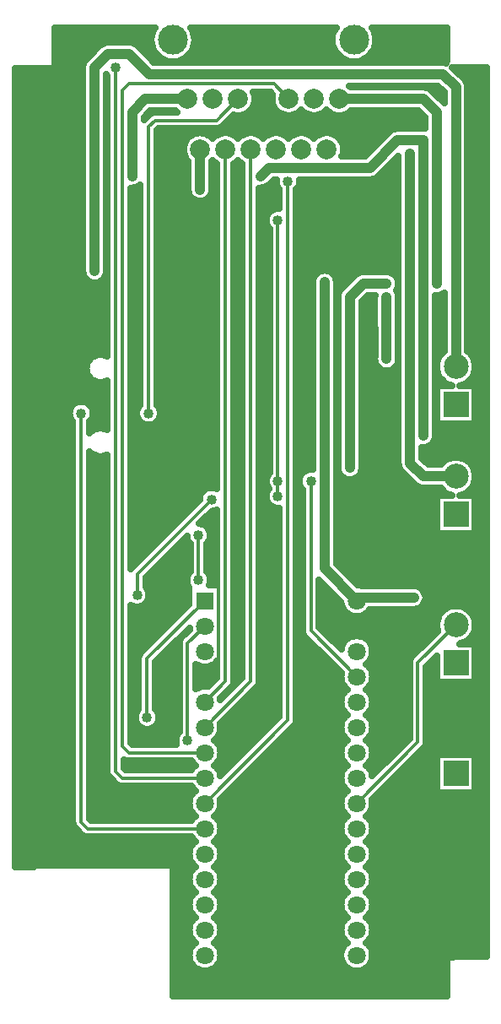
<source format=gbl>
G04 DipTrace 3.3.1.3*
G04 SkyeTrackerV8.0.gbl*
%MOIN*%
G04 #@! TF.FileFunction,Copper,L2,Bot*
G04 #@! TF.Part,Single*
G04 #@! TA.AperFunction,Conductor*
%ADD13C,0.012992*%
%ADD14C,0.03937*%
G04 #@! TA.AperFunction,CopperBalancing*
%ADD15C,0.025*%
G04 #@! TA.AperFunction,ComponentPad*
%ADD27R,0.098425X0.098425*%
%ADD28C,0.098425*%
%ADD31R,0.070866X0.070866*%
%ADD32C,0.070866*%
%ADD35R,0.07874X0.07874*%
%ADD36C,0.07874*%
%ADD37C,0.11811*%
G04 #@! TA.AperFunction,ViaPad*
%ADD42C,0.04*%
%FSLAX26Y26*%
G04*
G70*
G90*
G75*
G01*
G04 Bottom*
%LPD*%
X1800035Y1912621D2*
D13*
X1888227D1*
X1960940Y1985333D1*
X2110924D1*
X2192223Y2066633D1*
X1134266Y3419388D2*
X1081273Y3472382D1*
Y3794058D1*
X1200035Y1712621D2*
X1254959Y1767545D1*
Y2126794D1*
X1241782Y2139971D1*
Y2217558D1*
X2093798Y835451D2*
Y1381415D1*
X2192205Y1479822D1*
X2192223Y2066633D2*
X2267424Y2141833D1*
Y2861514D1*
X1431273Y3994058D2*
X1541962Y3883369D1*
X1691962D1*
X1781273Y3794058D1*
X1081273D2*
X1170584Y3883369D1*
X1320584D1*
X1431273Y3994058D1*
X2192205Y1479822D2*
X2260924Y1548541D1*
Y1959349D1*
X2234940Y1985333D1*
X2192223D1*
Y2066633D1*
X1531273Y3994058D2*
X1472415Y4052916D1*
X899054D1*
X873070Y4026932D1*
Y1438605D1*
X899054Y1412621D1*
X1200035D1*
X932558Y2034026D2*
Y2118873D1*
X1226018Y2412333D1*
X1618668Y2484302D2*
Y1893988D1*
X1800035Y1712621D1*
X1488428Y2424814D2*
Y2484302D1*
Y3514235D1*
X847085Y4118782D2*
Y1338605D1*
X873070Y1312621D1*
X1200035D1*
X1918129Y3264428D2*
D14*
X1825294D1*
X1772932Y3212066D1*
Y2536239D1*
X1731273Y3994058D2*
X2064030D1*
X2116392Y3941696D1*
Y3264428D1*
X1527920Y3669018D2*
D13*
Y1540505D1*
X1200035Y1212621D1*
X977605Y2752774D2*
Y3883369D1*
X1003589Y3909353D1*
X1246568D1*
X1331273Y3994058D1*
X711255Y2752774D2*
Y1138605D1*
X737239Y1112621D1*
X1200035D1*
X1918129Y2966239D2*
D14*
Y3211436D1*
X1673010Y3270459D2*
Y2139646D1*
X1800035Y2012621D1*
X1812236Y2024822D1*
X2025554D1*
X1200035Y1612621D2*
D13*
X1281273Y1693858D1*
Y3794058D1*
X1200035Y1512621D2*
X1381273Y1693858D1*
Y3794058D1*
X1800035Y1212621D2*
X2041829Y1454415D1*
Y1766239D1*
X2192223Y1916633D1*
X912558Y3688837D2*
D14*
Y3941696D1*
X964920Y3994058D1*
X1131273D1*
X2192223Y2936514D2*
Y4039727D1*
X2139861Y4092089D1*
X979133D1*
X899762Y4171459D1*
X816589D1*
X764227Y4119097D1*
Y3688837D1*
Y3314270D1*
X1420762Y3688837D2*
X1453621Y3721696D1*
X1853322D1*
X1961849Y3830223D1*
X2063715D1*
Y3635026D1*
X1181273Y3794058D2*
X1181274Y3636160D1*
X2063715Y3635026D2*
Y2664664D1*
X2011038Y3777546D2*
Y2555806D1*
X2063400Y2503444D1*
X2192223D1*
X1175034Y2093896D2*
D13*
Y2270550D1*
X971404Y1551522D2*
Y1783990D1*
X1200035Y2012621D1*
X1131613Y1461007D2*
Y1844198D1*
X1200035Y1912621D1*
D42*
X2267424Y2861514D3*
X1134266Y3419388D3*
X2093798Y835451D3*
X1241782Y2217558D3*
X1226018Y2412333D3*
X1618668Y2484302D3*
X1488428Y3514235D3*
Y2484302D3*
X932558Y2034026D3*
X1488428Y2424814D3*
X847085Y4118782D3*
X1772932Y2536239D3*
X1918129Y3264428D3*
X2116392D3*
X1527920Y3669018D3*
X977605Y2752774D3*
X711255D3*
X912558Y3688837D3*
X764227D3*
Y3314270D3*
X2063715Y3635026D3*
X1420762Y3688837D3*
X2063715Y2664664D3*
X1181274Y3636160D3*
X2011038Y3777546D3*
X1175034Y2270550D3*
Y2093896D3*
X971404Y1551522D3*
X1131613Y1461007D3*
X1918129Y3211436D3*
Y2966239D3*
X2025554Y2024822D3*
X1673010Y3270459D3*
X608730Y4250491D2*
D15*
X988593D1*
X1158193D2*
X1704365D1*
X1873965D2*
X2153877D1*
X608730Y4225622D2*
X985370D1*
X1161415D2*
X1701093D1*
X1877186D2*
X2153877D1*
X608730Y4200753D2*
X778094D1*
X938270D2*
X989521D1*
X1157265D2*
X1705244D1*
X1873037D2*
X2153877D1*
X608730Y4175885D2*
X753193D1*
X963125D2*
X1002412D1*
X1144423D2*
X1718134D1*
X1860146D2*
X2153877D1*
X608730Y4151016D2*
X728339D1*
X988026D2*
X1031854D1*
X1114930D2*
X1747577D1*
X1830702D2*
X2153877D1*
X608730Y4126147D2*
X716083D1*
X452480Y4101278D2*
X715546D1*
X2198476D2*
X2310175D1*
X452480Y4076409D2*
X715546D1*
X2223329D2*
X2310175D1*
X452480Y4051541D2*
X715546D1*
X2239345D2*
X2310175D1*
X452480Y4026672D2*
X715546D1*
X2099209D2*
X2137470D1*
X2240908D2*
X2310175D1*
X452480Y4001803D2*
X715546D1*
X1399160D2*
X1463349D1*
X2124110D2*
X2143525D1*
X2240908D2*
X2310175D1*
X452480Y3976934D2*
X715546D1*
X1397353D2*
X1465156D1*
X2240908D2*
X2310175D1*
X452480Y3952066D2*
X715546D1*
X1384510D2*
X1478046D1*
X2240908D2*
X2310175D1*
X452480Y3927197D2*
X715546D1*
X1313564D2*
X2063105D1*
X2240908D2*
X2310175D1*
X452480Y3902328D2*
X715546D1*
X1288710D2*
X2067694D1*
X2240908D2*
X2310175D1*
X452480Y3877459D2*
X715546D1*
X1257509D2*
X2067694D1*
X2240908D2*
X2310175D1*
X452480Y3852591D2*
X715546D1*
X1013076D2*
X1148554D1*
X1213954D2*
X1248554D1*
X1313954D2*
X1348554D1*
X1413954D2*
X1448554D1*
X1513954D2*
X1548554D1*
X1613954D2*
X1648554D1*
X1713954D2*
X1916425D1*
X2240908D2*
X2310175D1*
X452480Y3827722D2*
X715546D1*
X1013076D2*
X1122186D1*
X1740370D2*
X1891522D1*
X2240908D2*
X2310175D1*
X452480Y3802853D2*
X715546D1*
X1013076D2*
X1113496D1*
X1749062D2*
X1866669D1*
X2240908D2*
X2310175D1*
X452480Y3777984D2*
X715546D1*
X1013076D2*
X1114912D1*
X1747646D2*
X1841816D1*
X2240908D2*
X2310175D1*
X452480Y3753115D2*
X715546D1*
X1013076D2*
X1127167D1*
X1952529D2*
X1962378D1*
X2240908D2*
X2310175D1*
X452480Y3728247D2*
X715546D1*
X1013076D2*
X1132587D1*
X1229970D2*
X1245743D1*
X1316738D2*
X1345770D1*
X1927675D2*
X1962373D1*
X2240908D2*
X2310175D1*
X452480Y3703378D2*
X715546D1*
X1013076D2*
X1132587D1*
X1229970D2*
X1245743D1*
X1316738D2*
X1345770D1*
X1902822D2*
X1962373D1*
X2240908D2*
X2310175D1*
X452480Y3678509D2*
X715546D1*
X1013076D2*
X1132587D1*
X1229970D2*
X1245743D1*
X1316738D2*
X1345770D1*
X1872157D2*
X1962373D1*
X2240908D2*
X2310175D1*
X452480Y3653640D2*
X715546D1*
X1013076D2*
X1132587D1*
X1229970D2*
X1245743D1*
X1316738D2*
X1345770D1*
X1453652D2*
X1481562D1*
X1574306D2*
X1962373D1*
X2240908D2*
X2310175D1*
X452480Y3628772D2*
X715546D1*
X908534D2*
X942109D1*
X1013076D2*
X1132881D1*
X1229677D2*
X1245810D1*
X1316738D2*
X1345770D1*
X1416738D2*
X1492450D1*
X1563417D2*
X1962373D1*
X2240908D2*
X2310175D1*
X452480Y3603903D2*
X715546D1*
X908534D2*
X942109D1*
X1013076D2*
X1145282D1*
X1217274D2*
X1245770D1*
X1316738D2*
X1345770D1*
X1416738D2*
X1492450D1*
X1563417D2*
X1962373D1*
X2240908D2*
X2310175D1*
X452480Y3579034D2*
X715546D1*
X908534D2*
X942109D1*
X1013076D2*
X1245770D1*
X1316738D2*
X1345770D1*
X1416738D2*
X1492450D1*
X1563417D2*
X1962373D1*
X2240908D2*
X2310175D1*
X452480Y3554165D2*
X715546D1*
X908534D2*
X942109D1*
X1013076D2*
X1245770D1*
X1316738D2*
X1345770D1*
X1416738D2*
X1462129D1*
X1563417D2*
X1962373D1*
X2240908D2*
X2310175D1*
X452480Y3529297D2*
X715546D1*
X908534D2*
X942109D1*
X1013076D2*
X1245770D1*
X1316738D2*
X1345770D1*
X1416738D2*
X1441962D1*
X1563417D2*
X1962373D1*
X2240908D2*
X2310175D1*
X452480Y3504428D2*
X715546D1*
X908534D2*
X942109D1*
X1013076D2*
X1245770D1*
X1316738D2*
X1345770D1*
X1416738D2*
X1440497D1*
X1563417D2*
X1962373D1*
X2240908D2*
X2310175D1*
X452480Y3479559D2*
X715546D1*
X908534D2*
X942109D1*
X1013076D2*
X1245770D1*
X1316738D2*
X1345770D1*
X1416738D2*
X1452949D1*
X1563417D2*
X1962373D1*
X2240908D2*
X2310175D1*
X452480Y3454690D2*
X715546D1*
X908534D2*
X942109D1*
X1013076D2*
X1245770D1*
X1316738D2*
X1345770D1*
X1416738D2*
X1452949D1*
X1563417D2*
X1962373D1*
X2240908D2*
X2310175D1*
X452480Y3429822D2*
X715546D1*
X908534D2*
X942109D1*
X1013076D2*
X1245770D1*
X1316738D2*
X1345770D1*
X1416738D2*
X1452949D1*
X1563417D2*
X1962373D1*
X2240908D2*
X2310175D1*
X452480Y3404953D2*
X715546D1*
X908534D2*
X942109D1*
X1013076D2*
X1245770D1*
X1316738D2*
X1345770D1*
X1416738D2*
X1452949D1*
X1563417D2*
X1962373D1*
X2240908D2*
X2310175D1*
X452480Y3380084D2*
X715546D1*
X908534D2*
X942109D1*
X1013076D2*
X1245770D1*
X1316738D2*
X1345770D1*
X1416738D2*
X1452949D1*
X1563417D2*
X1962373D1*
X2240908D2*
X2310175D1*
X452480Y3355215D2*
X715546D1*
X908534D2*
X942109D1*
X1013076D2*
X1245770D1*
X1316738D2*
X1345770D1*
X1416738D2*
X1452949D1*
X1563417D2*
X1962373D1*
X2240908D2*
X2310175D1*
X452480Y3330346D2*
X715546D1*
X908534D2*
X942109D1*
X1013076D2*
X1245770D1*
X1316738D2*
X1345770D1*
X1416738D2*
X1452949D1*
X1563417D2*
X1962373D1*
X2240908D2*
X2310175D1*
X452480Y3305478D2*
X716083D1*
X908534D2*
X942109D1*
X1013076D2*
X1245770D1*
X1316738D2*
X1345770D1*
X1416738D2*
X1452949D1*
X1563417D2*
X1639912D1*
X1706093D2*
X1801630D1*
X1942470D2*
X1962373D1*
X2240908D2*
X2310175D1*
X452480Y3280609D2*
X729657D1*
X798818D2*
X811591D1*
X908534D2*
X942109D1*
X1013076D2*
X1245770D1*
X1316738D2*
X1345770D1*
X1416738D2*
X1452949D1*
X1563417D2*
X1625117D1*
X1720888D2*
X1773652D1*
X2240908D2*
X2310175D1*
X452480Y3255740D2*
X811591D1*
X908534D2*
X942109D1*
X1013076D2*
X1245770D1*
X1316738D2*
X1345770D1*
X1416738D2*
X1452949D1*
X1563417D2*
X1624335D1*
X1721669D2*
X1748798D1*
X2240908D2*
X2310175D1*
X452480Y3230871D2*
X811591D1*
X908534D2*
X942109D1*
X1013076D2*
X1245770D1*
X1316738D2*
X1345770D1*
X1416738D2*
X1452949D1*
X1563417D2*
X1624335D1*
X2240908D2*
X2310175D1*
X452480Y3206003D2*
X811591D1*
X908534D2*
X942109D1*
X1013076D2*
X1245770D1*
X1316738D2*
X1345770D1*
X1416738D2*
X1452949D1*
X1563417D2*
X1624335D1*
X1834657D2*
X1869453D1*
X2112392D2*
X2143525D1*
X2240908D2*
X2310175D1*
X452480Y3181134D2*
X811591D1*
X908534D2*
X942109D1*
X1013076D2*
X1245770D1*
X1316738D2*
X1345770D1*
X1416738D2*
X1452949D1*
X1563417D2*
X1624335D1*
X1821621D2*
X1869453D1*
X2112392D2*
X2143525D1*
X2240908D2*
X2310175D1*
X452480Y3156265D2*
X811591D1*
X908534D2*
X942109D1*
X1013076D2*
X1245770D1*
X1316738D2*
X1345770D1*
X1416738D2*
X1452949D1*
X1563417D2*
X1624335D1*
X1821621D2*
X1869453D1*
X2112392D2*
X2143525D1*
X2240908D2*
X2310175D1*
X452480Y3131396D2*
X811591D1*
X908534D2*
X942109D1*
X1013076D2*
X1245770D1*
X1316738D2*
X1345770D1*
X1416738D2*
X1452949D1*
X1563417D2*
X1624335D1*
X1821621D2*
X1869453D1*
X2112392D2*
X2143525D1*
X2240908D2*
X2310175D1*
X452480Y3106528D2*
X811591D1*
X908534D2*
X942109D1*
X1013076D2*
X1245770D1*
X1316738D2*
X1345770D1*
X1416738D2*
X1452949D1*
X1563417D2*
X1624335D1*
X1821621D2*
X1869453D1*
X2112392D2*
X2143525D1*
X2240908D2*
X2310175D1*
X452480Y3081659D2*
X811591D1*
X908534D2*
X942109D1*
X1013076D2*
X1245770D1*
X1316738D2*
X1345770D1*
X1416738D2*
X1452949D1*
X1563417D2*
X1624335D1*
X1821621D2*
X1869453D1*
X2112392D2*
X2143525D1*
X2240908D2*
X2310175D1*
X452480Y3056790D2*
X811591D1*
X908534D2*
X942109D1*
X1013076D2*
X1245770D1*
X1316738D2*
X1345770D1*
X1416738D2*
X1452949D1*
X1563417D2*
X1624335D1*
X1821621D2*
X1869453D1*
X2112392D2*
X2143525D1*
X2240908D2*
X2310175D1*
X452480Y3031921D2*
X811591D1*
X908534D2*
X942109D1*
X1013076D2*
X1245770D1*
X1316738D2*
X1345770D1*
X1416738D2*
X1452949D1*
X1563417D2*
X1624335D1*
X1821621D2*
X1869453D1*
X2112392D2*
X2143525D1*
X2240908D2*
X2310175D1*
X452480Y3007052D2*
X811591D1*
X908534D2*
X942109D1*
X1013076D2*
X1245770D1*
X1316738D2*
X1345770D1*
X1416738D2*
X1452949D1*
X1563417D2*
X1624335D1*
X1821621D2*
X1869453D1*
X2112392D2*
X2143525D1*
X2240908D2*
X2310175D1*
X452480Y2982184D2*
X765741D1*
X908534D2*
X942109D1*
X1013076D2*
X1245770D1*
X1316738D2*
X1345770D1*
X1416738D2*
X1452949D1*
X1563417D2*
X1624335D1*
X1821621D2*
X1869453D1*
X2112392D2*
X2129365D1*
X2255117D2*
X2310175D1*
X452480Y2957315D2*
X736249D1*
X908534D2*
X942109D1*
X1013076D2*
X1245770D1*
X1316738D2*
X1345770D1*
X1416738D2*
X1452949D1*
X1563417D2*
X1624335D1*
X1821621D2*
X1869990D1*
X2267518D2*
X2310175D1*
X452480Y2932446D2*
X728974D1*
X908534D2*
X942109D1*
X1013076D2*
X1245770D1*
X1316738D2*
X1345770D1*
X1416738D2*
X1452949D1*
X1563417D2*
X1624335D1*
X1821621D2*
X1883710D1*
X1952577D2*
X1962398D1*
X2270302D2*
X2310175D1*
X452480Y2907577D2*
X733369D1*
X908534D2*
X942109D1*
X1013076D2*
X1245770D1*
X1316738D2*
X1345770D1*
X1416738D2*
X1452949D1*
X1563417D2*
X1624335D1*
X1821621D2*
X1962373D1*
X2264686D2*
X2310175D1*
X452480Y2882709D2*
X754169D1*
X908534D2*
X942109D1*
X1013076D2*
X1245770D1*
X1316738D2*
X1345770D1*
X1416738D2*
X1452949D1*
X1563417D2*
X1624335D1*
X1821621D2*
X1962373D1*
X2112392D2*
X2136445D1*
X2247988D2*
X2310175D1*
X452480Y2857840D2*
X811591D1*
X908534D2*
X942109D1*
X1013076D2*
X1245770D1*
X1316738D2*
X1345770D1*
X1416738D2*
X1452949D1*
X1563417D2*
X1624335D1*
X1821621D2*
X1962373D1*
X2270449D2*
X2310175D1*
X452480Y2832971D2*
X811591D1*
X908534D2*
X942109D1*
X1013076D2*
X1245770D1*
X1316738D2*
X1345770D1*
X1416738D2*
X1452949D1*
X1563417D2*
X1624335D1*
X1821621D2*
X1962373D1*
X2270449D2*
X2310175D1*
X452480Y2808102D2*
X811591D1*
X908534D2*
X942109D1*
X1013076D2*
X1245770D1*
X1316738D2*
X1345770D1*
X1416738D2*
X1452949D1*
X1563417D2*
X1624335D1*
X1821621D2*
X1962373D1*
X2270449D2*
X2310175D1*
X452480Y2783234D2*
X673652D1*
X748866D2*
X811591D1*
X908534D2*
X939961D1*
X1015224D2*
X1245770D1*
X1316738D2*
X1345770D1*
X1416738D2*
X1452949D1*
X1563417D2*
X1624335D1*
X1821621D2*
X1962373D1*
X2270449D2*
X2310175D1*
X452480Y2758365D2*
X662617D1*
X759902D2*
X811591D1*
X908534D2*
X928974D1*
X1026259D2*
X1245770D1*
X1316738D2*
X1345770D1*
X1416738D2*
X1452949D1*
X1563417D2*
X1624335D1*
X1821621D2*
X1962373D1*
X2270449D2*
X2310175D1*
X452480Y2733496D2*
X666425D1*
X756045D2*
X811591D1*
X908534D2*
X932782D1*
X1022402D2*
X1245770D1*
X1316738D2*
X1345770D1*
X1416738D2*
X1452949D1*
X1563417D2*
X1624335D1*
X1821621D2*
X1962373D1*
X2270449D2*
X2310175D1*
X452480Y2708627D2*
X675751D1*
X746766D2*
X811591D1*
X908534D2*
X960517D1*
X994667D2*
X1245770D1*
X1316738D2*
X1345770D1*
X1416738D2*
X1452949D1*
X1563417D2*
X1624335D1*
X1821621D2*
X1962373D1*
X2112392D2*
X2310175D1*
X452480Y2683759D2*
X675751D1*
X908534D2*
X1245770D1*
X1316738D2*
X1345770D1*
X1416738D2*
X1452949D1*
X1563417D2*
X1624335D1*
X1821621D2*
X1962373D1*
X2112392D2*
X2310175D1*
X452480Y2658890D2*
X675751D1*
X908534D2*
X1245770D1*
X1316738D2*
X1345770D1*
X1416738D2*
X1452949D1*
X1563417D2*
X1624335D1*
X1821621D2*
X1962373D1*
X2112343D2*
X2310175D1*
X452480Y2634021D2*
X675751D1*
X908534D2*
X1245770D1*
X1316738D2*
X1345770D1*
X1416738D2*
X1452949D1*
X1563417D2*
X1624335D1*
X1821621D2*
X1962373D1*
X2101161D2*
X2310175D1*
X452480Y2609152D2*
X675751D1*
X908534D2*
X1245770D1*
X1316738D2*
X1345770D1*
X1416738D2*
X1452949D1*
X1563417D2*
X1624335D1*
X1821621D2*
X1962373D1*
X2059706D2*
X2310175D1*
X452480Y2584283D2*
X675751D1*
X746766D2*
X769745D1*
X908534D2*
X1245770D1*
X1316738D2*
X1345770D1*
X1416738D2*
X1452949D1*
X1563417D2*
X1624335D1*
X1821621D2*
X1962373D1*
X2059706D2*
X2310175D1*
X452480Y2559415D2*
X675751D1*
X746766D2*
X811591D1*
X908534D2*
X1245770D1*
X1316738D2*
X1345770D1*
X1416738D2*
X1452949D1*
X1563417D2*
X1624335D1*
X1821621D2*
X1962373D1*
X2075234D2*
X2138740D1*
X2245693D2*
X2310175D1*
X452480Y2534546D2*
X675751D1*
X746766D2*
X811591D1*
X908534D2*
X1245770D1*
X1316738D2*
X1345770D1*
X1416738D2*
X1452949D1*
X1563417D2*
X1624335D1*
X1821913D2*
X1967549D1*
X2263759D2*
X2310175D1*
X452480Y2509677D2*
X675751D1*
X746766D2*
X811591D1*
X908534D2*
X1245770D1*
X1316738D2*
X1345770D1*
X1416738D2*
X1446992D1*
X1563417D2*
X1577217D1*
X1721669D2*
X1732277D1*
X1813613D2*
X1989374D1*
X2270156D2*
X2310175D1*
X452480Y2484808D2*
X675751D1*
X746766D2*
X811591D1*
X908534D2*
X1245770D1*
X1316738D2*
X1345770D1*
X1416738D2*
X1439423D1*
X1721669D2*
X2014228D1*
X2268105D2*
X2310175D1*
X452480Y2459940D2*
X675751D1*
X746766D2*
X811591D1*
X908534D2*
X1245770D1*
X1316738D2*
X1345770D1*
X1416738D2*
X1446308D1*
X1563417D2*
X1576581D1*
X1721669D2*
X2045429D1*
X2256678D2*
X2310175D1*
X452480Y2435071D2*
X675751D1*
X746766D2*
X811591D1*
X908534D2*
X1182978D1*
X1316738D2*
X1345770D1*
X1416738D2*
X1440594D1*
X1563417D2*
X1583173D1*
X1721669D2*
X2157245D1*
X2227236D2*
X2310175D1*
X452480Y2410202D2*
X675751D1*
X746766D2*
X811591D1*
X908534D2*
X1174726D1*
X1316738D2*
X1345770D1*
X1416738D2*
X1441816D1*
X1563417D2*
X1583173D1*
X1721669D2*
X2114033D1*
X2270449D2*
X2310175D1*
X452480Y2385333D2*
X675751D1*
X746766D2*
X811591D1*
X908534D2*
X1149873D1*
X1316738D2*
X1345770D1*
X1416738D2*
X1461396D1*
X1563417D2*
X1583173D1*
X1721669D2*
X2114033D1*
X2270449D2*
X2310175D1*
X452480Y2360465D2*
X675751D1*
X746766D2*
X811591D1*
X908534D2*
X1125018D1*
X1223281D2*
X1245770D1*
X1316738D2*
X1345770D1*
X1416738D2*
X1492450D1*
X1563417D2*
X1583173D1*
X1721669D2*
X2114033D1*
X2270449D2*
X2310175D1*
X452480Y2335596D2*
X675751D1*
X746766D2*
X811591D1*
X908534D2*
X1100117D1*
X1198427D2*
X1245770D1*
X1316738D2*
X1345770D1*
X1416738D2*
X1492450D1*
X1563417D2*
X1583173D1*
X1721669D2*
X2114033D1*
X2270449D2*
X2310175D1*
X452480Y2310727D2*
X675751D1*
X746766D2*
X811591D1*
X908534D2*
X1075262D1*
X1200917D2*
X1245770D1*
X1316738D2*
X1345770D1*
X1416738D2*
X1492450D1*
X1563417D2*
X1583173D1*
X1721669D2*
X2114033D1*
X2270449D2*
X2310175D1*
X452480Y2285858D2*
X675751D1*
X746766D2*
X811591D1*
X908534D2*
X1050409D1*
X1221425D2*
X1245770D1*
X1316738D2*
X1345770D1*
X1416738D2*
X1492450D1*
X1563417D2*
X1583173D1*
X1721669D2*
X2114033D1*
X2270449D2*
X2310175D1*
X452480Y2260990D2*
X675751D1*
X746766D2*
X811591D1*
X908534D2*
X1025507D1*
X1223037D2*
X1245770D1*
X1316738D2*
X1345770D1*
X1416738D2*
X1492450D1*
X1563417D2*
X1583173D1*
X1721669D2*
X2310175D1*
X452480Y2236121D2*
X675751D1*
X746766D2*
X811591D1*
X908534D2*
X1000654D1*
X1098965D2*
X1139570D1*
X1210537D2*
X1245770D1*
X1316738D2*
X1345770D1*
X1416738D2*
X1492450D1*
X1563417D2*
X1583173D1*
X1721669D2*
X2310175D1*
X452480Y2211252D2*
X675751D1*
X746766D2*
X811591D1*
X908534D2*
X975801D1*
X1074110D2*
X1139570D1*
X1210537D2*
X1245770D1*
X1316738D2*
X1345770D1*
X1416738D2*
X1492450D1*
X1563417D2*
X1583173D1*
X1721669D2*
X2310175D1*
X452480Y2186383D2*
X675751D1*
X746766D2*
X811591D1*
X908534D2*
X950898D1*
X1049209D2*
X1139570D1*
X1210537D2*
X1245770D1*
X1316738D2*
X1345770D1*
X1416738D2*
X1492450D1*
X1563417D2*
X1583173D1*
X1721669D2*
X2310175D1*
X452480Y2161514D2*
X675751D1*
X746766D2*
X811591D1*
X908534D2*
X926045D1*
X1024354D2*
X1139570D1*
X1210537D2*
X1245770D1*
X1316738D2*
X1345770D1*
X1416738D2*
X1492450D1*
X1563417D2*
X1583173D1*
X1721669D2*
X2310175D1*
X452480Y2136646D2*
X675751D1*
X746766D2*
X811591D1*
X999501D2*
X1139570D1*
X1210537D2*
X1245770D1*
X1316738D2*
X1345770D1*
X1416738D2*
X1492450D1*
X1563417D2*
X1583173D1*
X1743837D2*
X2310175D1*
X452480Y2111777D2*
X675751D1*
X746766D2*
X811591D1*
X974598D2*
X1129609D1*
X1220449D2*
X1245770D1*
X1316738D2*
X1345770D1*
X1416738D2*
X1492450D1*
X1563417D2*
X1583173D1*
X1768690D2*
X2310175D1*
X452480Y2086908D2*
X675751D1*
X746766D2*
X811591D1*
X968056D2*
X1126581D1*
X1223476D2*
X1245770D1*
X1316738D2*
X1345770D1*
X1416738D2*
X1492450D1*
X1563417D2*
X1583173D1*
X1793545D2*
X2310175D1*
X452480Y2062039D2*
X675751D1*
X746766D2*
X811591D1*
X972157D2*
X1135614D1*
X1316738D2*
X1345770D1*
X1416738D2*
X1492450D1*
X1563417D2*
X1583173D1*
X1654140D2*
X1682831D1*
X2055898D2*
X2310175D1*
X452480Y2037171D2*
X675751D1*
X746766D2*
X811591D1*
X981434D2*
X1135614D1*
X1316738D2*
X1345770D1*
X1416738D2*
X1492450D1*
X1563417D2*
X1583173D1*
X1654140D2*
X1707685D1*
X2072890D2*
X2310175D1*
X452480Y2012302D2*
X675751D1*
X746766D2*
X811591D1*
X976161D2*
X1135614D1*
X1316738D2*
X1345770D1*
X1416738D2*
X1492450D1*
X1563417D2*
X1583173D1*
X1654140D2*
X1732538D1*
X2072841D2*
X2310175D1*
X452480Y1987433D2*
X675751D1*
X746766D2*
X811591D1*
X908534D2*
X1125702D1*
X1316738D2*
X1345770D1*
X1416738D2*
X1492450D1*
X1563417D2*
X1583173D1*
X1654140D2*
X1740986D1*
X2055702D2*
X2162909D1*
X2221522D2*
X2310175D1*
X452480Y1962564D2*
X675751D1*
X746766D2*
X811591D1*
X908534D2*
X1100849D1*
X1316738D2*
X1345770D1*
X1416738D2*
X1492450D1*
X1563417D2*
X1583173D1*
X1654140D2*
X1761102D1*
X1839003D2*
X2129560D1*
X2254921D2*
X2310175D1*
X452480Y1937696D2*
X675751D1*
X746766D2*
X811591D1*
X908534D2*
X1075946D1*
X1316738D2*
X1345770D1*
X1416738D2*
X1492450D1*
X1563417D2*
X1583173D1*
X1654140D2*
X2117010D1*
X2267421D2*
X2310175D1*
X452480Y1912827D2*
X675751D1*
X746766D2*
X811591D1*
X908534D2*
X1051093D1*
X1316738D2*
X1345770D1*
X1416738D2*
X1492450D1*
X1563417D2*
X1583173D1*
X1654140D2*
X2114130D1*
X2270350D2*
X2310175D1*
X452480Y1887958D2*
X675751D1*
X746766D2*
X811591D1*
X908534D2*
X1026240D1*
X1316738D2*
X1345770D1*
X1416738D2*
X1492450D1*
X1563417D2*
X1583759D1*
X1673866D2*
X2114374D1*
X2264785D2*
X2310175D1*
X452480Y1863089D2*
X675751D1*
X746766D2*
X811591D1*
X908534D2*
X1001337D1*
X1316738D2*
X1345770D1*
X1416738D2*
X1492450D1*
X1563417D2*
X1600409D1*
X1698720D2*
X1761640D1*
X1838417D2*
X2089521D1*
X2248232D2*
X2310175D1*
X452480Y1838220D2*
X675751D1*
X746766D2*
X811591D1*
X908534D2*
X976484D1*
X1074794D2*
X1096113D1*
X1316738D2*
X1345770D1*
X1416738D2*
X1492450D1*
X1563417D2*
X1625262D1*
X1723573D2*
X1741133D1*
X1858925D2*
X2064667D1*
X2270449D2*
X2310175D1*
X452480Y1813352D2*
X675751D1*
X746766D2*
X811591D1*
X908534D2*
X951630D1*
X1049941D2*
X1096113D1*
X1316738D2*
X1345770D1*
X1416738D2*
X1492450D1*
X1563417D2*
X1650165D1*
X1864442D2*
X2039814D1*
X2270449D2*
X2310175D1*
X452480Y1788483D2*
X675751D1*
X746766D2*
X811591D1*
X908534D2*
X936201D1*
X1025038D2*
X1096113D1*
X1316738D2*
X1345770D1*
X1416738D2*
X1492450D1*
X1563417D2*
X1675018D1*
X1859560D2*
X2014961D1*
X2270449D2*
X2310175D1*
X452480Y1763614D2*
X675751D1*
X746766D2*
X811591D1*
X908534D2*
X935908D1*
X1006874D2*
X1096113D1*
X1316738D2*
X1345770D1*
X1416738D2*
X1492450D1*
X1563417D2*
X1699873D1*
X1840370D2*
X2006318D1*
X2088369D2*
X2114033D1*
X2270449D2*
X2310175D1*
X452480Y1738745D2*
X675751D1*
X746766D2*
X811591D1*
X908534D2*
X935908D1*
X1006874D2*
X1096113D1*
X1167080D2*
X1245770D1*
X1316738D2*
X1345770D1*
X1416738D2*
X1492450D1*
X1563417D2*
X1724774D1*
X1858681D2*
X2006318D1*
X2077333D2*
X2114033D1*
X2270449D2*
X2310175D1*
X452480Y1713877D2*
X675751D1*
X746766D2*
X811591D1*
X908534D2*
X935908D1*
X1006874D2*
X1096113D1*
X1167080D2*
X1245770D1*
X1316738D2*
X1345770D1*
X1416738D2*
X1492450D1*
X1563417D2*
X1735614D1*
X1864442D2*
X2006318D1*
X2077333D2*
X2114033D1*
X2270449D2*
X2310175D1*
X452480Y1689008D2*
X675751D1*
X746766D2*
X811591D1*
X908534D2*
X935908D1*
X1006874D2*
X1096113D1*
X1167080D2*
X1227265D1*
X1316396D2*
X1327270D1*
X1416396D2*
X1492450D1*
X1563417D2*
X1740302D1*
X1859804D2*
X2006318D1*
X2077333D2*
X2310175D1*
X452480Y1664139D2*
X675751D1*
X746766D2*
X811591D1*
X908534D2*
X935908D1*
X1006874D2*
X1096113D1*
X1400722D2*
X1492450D1*
X1563417D2*
X1759003D1*
X1841054D2*
X2006318D1*
X2077333D2*
X2310175D1*
X452480Y1639270D2*
X675751D1*
X746766D2*
X811591D1*
X908534D2*
X935908D1*
X1006874D2*
X1096113D1*
X1375820D2*
X1492450D1*
X1563417D2*
X1741621D1*
X1858437D2*
X2006318D1*
X2077333D2*
X2310175D1*
X452480Y1614402D2*
X675751D1*
X746766D2*
X811591D1*
X908534D2*
X935908D1*
X1006874D2*
X1096113D1*
X1350966D2*
X1492450D1*
X1563417D2*
X1735614D1*
X1864442D2*
X2006318D1*
X2077333D2*
X2310175D1*
X452480Y1589533D2*
X675751D1*
X746766D2*
X811591D1*
X908534D2*
X935908D1*
X1006874D2*
X1096113D1*
X1326113D2*
X1492450D1*
X1563417D2*
X1740058D1*
X1859999D2*
X2006318D1*
X2077333D2*
X2310175D1*
X452480Y1564664D2*
X675751D1*
X746766D2*
X811591D1*
X908534D2*
X924286D1*
X1018496D2*
X1096113D1*
X1301210D2*
X1492450D1*
X1563417D2*
X1758369D1*
X1841689D2*
X2006318D1*
X2077333D2*
X2310175D1*
X452480Y1539795D2*
X675751D1*
X746766D2*
X811591D1*
X908534D2*
X923896D1*
X1018886D2*
X1096113D1*
X1276357D2*
X1478046D1*
X1563417D2*
X1741913D1*
X1858193D2*
X2006318D1*
X2077333D2*
X2310175D1*
X452480Y1514927D2*
X675751D1*
X746766D2*
X811591D1*
X908534D2*
X940253D1*
X1002577D2*
X1096113D1*
X1264394D2*
X1453193D1*
X1551503D2*
X1735664D1*
X1864394D2*
X2006318D1*
X2077333D2*
X2310175D1*
X452480Y1490058D2*
X675751D1*
X746766D2*
X811591D1*
X908534D2*
X1092793D1*
X1260194D2*
X1428339D1*
X1526601D2*
X1739862D1*
X1860194D2*
X2006318D1*
X2077333D2*
X2310175D1*
X452480Y1465189D2*
X675751D1*
X746766D2*
X811591D1*
X908534D2*
X1082831D1*
X1242324D2*
X1403437D1*
X1501747D2*
X1757734D1*
X1842324D2*
X2003437D1*
X2077333D2*
X2310175D1*
X452480Y1440320D2*
X675751D1*
X746766D2*
X811591D1*
X1257900D2*
X1378583D1*
X1476894D2*
X1742157D1*
X1857900D2*
X1978583D1*
X2074160D2*
X2310175D1*
X452480Y1415451D2*
X675751D1*
X746766D2*
X811591D1*
X1264394D2*
X1353730D1*
X1452041D2*
X1735664D1*
X1864394D2*
X1953730D1*
X2052041D2*
X2310175D1*
X452480Y1390583D2*
X675751D1*
X746766D2*
X811591D1*
X1260390D2*
X1328828D1*
X1427138D2*
X1739667D1*
X1860390D2*
X1928828D1*
X2027138D2*
X2113984D1*
X2270400D2*
X2310175D1*
X452480Y1365714D2*
X675751D1*
X746766D2*
X811591D1*
X882558D2*
X1157098D1*
X1242958D2*
X1303974D1*
X1402285D2*
X1757098D1*
X1842958D2*
X1903974D1*
X2002285D2*
X2113984D1*
X2270400D2*
X2310175D1*
X452480Y1340845D2*
X675751D1*
X746766D2*
X811591D1*
X1257656D2*
X1279121D1*
X1377430D2*
X1742402D1*
X1857656D2*
X1879121D1*
X1977430D2*
X2113984D1*
X2270400D2*
X2310175D1*
X452480Y1315976D2*
X675751D1*
X746766D2*
X820576D1*
X1352529D2*
X1735713D1*
X1952529D2*
X2113984D1*
X2270400D2*
X2310175D1*
X452480Y1291108D2*
X675751D1*
X746766D2*
X845429D1*
X1327675D2*
X1739472D1*
X1927675D2*
X2113984D1*
X2270400D2*
X2310175D1*
X452480Y1266239D2*
X675751D1*
X746766D2*
X1156513D1*
X1302822D2*
X1756513D1*
X1902822D2*
X2113984D1*
X2270400D2*
X2310175D1*
X452480Y1241370D2*
X675751D1*
X746766D2*
X1142694D1*
X1277919D2*
X1742694D1*
X1877919D2*
X2310175D1*
X452480Y1216501D2*
X675751D1*
X746766D2*
X1135713D1*
X1264345D2*
X1735713D1*
X1864345D2*
X2310175D1*
X452480Y1191633D2*
X675751D1*
X746766D2*
X1139277D1*
X1260781D2*
X1739277D1*
X1860781D2*
X2310175D1*
X452480Y1166764D2*
X675751D1*
X746766D2*
X1155927D1*
X1244130D2*
X1755927D1*
X1844130D2*
X2310175D1*
X452480Y1141895D2*
X675751D1*
X1257118D2*
X1742988D1*
X1857118D2*
X2310175D1*
X452480Y1117026D2*
X683808D1*
X1264297D2*
X1735761D1*
X1864297D2*
X2310175D1*
X452480Y1092157D2*
X708564D1*
X1260976D2*
X1739081D1*
X1860976D2*
X2310175D1*
X452480Y1067289D2*
X1155341D1*
X1244717D2*
X1755341D1*
X1844717D2*
X2310175D1*
X452480Y1042420D2*
X1143232D1*
X1256825D2*
X1743232D1*
X1856825D2*
X2310175D1*
X452480Y1017551D2*
X1135810D1*
X1264247D2*
X1735810D1*
X1864247D2*
X2310175D1*
X452480Y992682D2*
X1138886D1*
X1261171D2*
X1738886D1*
X1861171D2*
X2310175D1*
X452480Y967814D2*
X521992D1*
X1071766D2*
X1154804D1*
X1245302D2*
X1754804D1*
X1845302D2*
X2310175D1*
X1077529Y942945D2*
X1143525D1*
X1256533D2*
X1743525D1*
X1856533D2*
X2310175D1*
X1077529Y918076D2*
X1135858D1*
X1264198D2*
X1735858D1*
X1864198D2*
X2310175D1*
X1077529Y893207D2*
X1138740D1*
X1261318D2*
X1738740D1*
X1861318D2*
X2310175D1*
X1077529Y868339D2*
X1154266D1*
X1245839D2*
X1754266D1*
X1845839D2*
X2310175D1*
X1077529Y843470D2*
X1143818D1*
X1256240D2*
X1743818D1*
X1856240D2*
X2310175D1*
X1077529Y818601D2*
X1135908D1*
X1264150D2*
X1735908D1*
X1864150D2*
X2310175D1*
X1077529Y793732D2*
X1138545D1*
X1261513D2*
X1738545D1*
X1861513D2*
X2310175D1*
X1077529Y768864D2*
X1153730D1*
X1246377D2*
X1753730D1*
X1846377D2*
X2310175D1*
X1077529Y743995D2*
X1144160D1*
X1255946D2*
X1744160D1*
X1855946D2*
X2310175D1*
X1077529Y719126D2*
X1135957D1*
X1264101D2*
X1735957D1*
X1864101D2*
X2310175D1*
X1077529Y694257D2*
X1138398D1*
X1261660D2*
X1738398D1*
X1861660D2*
X2310175D1*
X1077529Y669388D2*
X1153193D1*
X1246865D2*
X1753193D1*
X1846865D2*
X2310175D1*
X1077529Y644520D2*
X1144453D1*
X1255605D2*
X1744453D1*
X1855605D2*
X2310175D1*
X1077529Y619651D2*
X1136005D1*
X1264052D2*
X1736005D1*
X1864052D2*
X2310175D1*
X1077529Y594782D2*
X1138251D1*
X1261854D2*
X1738251D1*
X1861854D2*
X2153877D1*
X1077529Y569913D2*
X1152705D1*
X1247402D2*
X1752705D1*
X1847402D2*
X2153877D1*
X1077529Y545045D2*
X2153877D1*
X1077529Y520176D2*
X2153877D1*
X1077529Y495307D2*
X2153877D1*
X1077529Y470438D2*
X2153877D1*
X744239Y2673877D2*
X751018Y2680807D1*
X758130Y2685975D1*
X765962Y2689966D1*
X774323Y2692682D1*
X783005Y2694056D1*
X791795D1*
X800478Y2692682D1*
X808839Y2689966D1*
X814106Y2687411D1*
X814097Y2880256D1*
X804711Y2876270D1*
X796164Y2874219D1*
X787400Y2873529D1*
X778636Y2874219D1*
X770089Y2876270D1*
X761969Y2879635D1*
X754472Y2884227D1*
X747789Y2889937D1*
X742079Y2896621D1*
X737487Y2904117D1*
X734122Y2912238D1*
X732071Y2920785D1*
X731381Y2929549D1*
X732071Y2938312D1*
X734122Y2946860D1*
X737487Y2954980D1*
X742079Y2962476D1*
X747789Y2969160D1*
X754472Y2974870D1*
X761969Y2979462D1*
X770089Y2982827D1*
X778636Y2984878D1*
X787400Y2985568D1*
X796164Y2984878D1*
X804711Y2982827D1*
X812832Y2979462D1*
X814106Y2978749D1*
X814097Y4086017D1*
X810399Y4090280D1*
X810576Y3692486D1*
X810403Y3683731D1*
X810576Y3317919D1*
Y3310622D1*
X809434Y3303417D1*
X807180Y3296479D1*
X803867Y3289978D1*
X799580Y3284076D1*
X794421Y3278917D1*
X788520Y3274630D1*
X782018Y3271318D1*
X775080Y3269063D1*
X767875Y3267921D1*
X760579D1*
X753374Y3269063D1*
X746436Y3271318D1*
X739934Y3274630D1*
X734033Y3278917D1*
X728874Y3284076D1*
X724587Y3289978D1*
X721274Y3296479D1*
X719020Y3303417D1*
X717878Y3310622D1*
X718051Y3319377D1*
X717878Y3685189D1*
X718051Y3693944D1*
X718192Y4122720D1*
X719325Y4129877D1*
X721564Y4136769D1*
X724854Y4143224D1*
X729114Y4149087D1*
X783937Y4204112D1*
X789448Y4208818D1*
X795625Y4212604D1*
X802320Y4215377D1*
X809366Y4217068D1*
X816589Y4217636D1*
X903386Y4217495D1*
X910542Y4216361D1*
X917434Y4214122D1*
X923890Y4210832D1*
X929752Y4206572D1*
X985448Y4151079D1*
X998257Y4138269D1*
X2143484Y4138125D1*
X2150640Y4136991D1*
X2154144Y4136001D1*
X2156387Y4144093D1*
Y4275392D1*
X1859756Y4275360D1*
X1865370Y4265966D1*
X1870508Y4253564D1*
X1873640Y4240510D1*
X1874694Y4227129D1*
X1873640Y4213747D1*
X1870508Y4200693D1*
X1865370Y4188291D1*
X1858356Y4176845D1*
X1849638Y4166638D1*
X1839430Y4157920D1*
X1827984Y4150906D1*
X1815583Y4145768D1*
X1802529Y4142635D1*
X1789147Y4141581D1*
X1775765Y4142635D1*
X1762711Y4145768D1*
X1750310Y4150906D1*
X1738864Y4157920D1*
X1728656Y4166638D1*
X1719938Y4176845D1*
X1712924Y4188291D1*
X1707786Y4200693D1*
X1704654Y4213747D1*
X1703600Y4227129D1*
X1704654Y4240510D1*
X1707786Y4253564D1*
X1712924Y4265966D1*
X1718552Y4275340D1*
X1144034Y4275360D1*
X1149622Y4265966D1*
X1154760Y4253564D1*
X1157892Y4240510D1*
X1158946Y4227129D1*
X1157892Y4213747D1*
X1154760Y4200693D1*
X1149622Y4188291D1*
X1142608Y4176845D1*
X1133890Y4166638D1*
X1123682Y4157920D1*
X1112236Y4150906D1*
X1099835Y4145768D1*
X1086781Y4142635D1*
X1073399Y4141581D1*
X1060017Y4142635D1*
X1046963Y4145768D1*
X1034562Y4150906D1*
X1023115Y4157920D1*
X1012908Y4166638D1*
X1004190Y4176845D1*
X997176Y4188291D1*
X992038Y4200693D1*
X988906Y4213747D1*
X987852Y4227129D1*
X988906Y4240510D1*
X992038Y4253564D1*
X997176Y4265966D1*
X1002804Y4275340D1*
X606222Y4275360D1*
X606068Y4123387D1*
X604860Y4119668D1*
X602560Y4116504D1*
X599396Y4114205D1*
X595677Y4112996D1*
X556222Y4112843D1*
X449923D1*
X449955Y962501D1*
X524516Y962509D1*
X524475Y969251D1*
X1069261D1*
Y960510D1*
X1072026Y958127D1*
X1074070Y954793D1*
X1074983Y950990D1*
X1075021Y449961D1*
X2156417Y449955D1*
X2156541Y595677D1*
X2157749Y599396D1*
X2160049Y602560D1*
X2163213Y604860D1*
X2166932Y606068D1*
X2206387Y606222D1*
X2312686D1*
X2312654Y4119063D1*
X2178133Y4119093D1*
X2227336Y4069717D1*
X2231596Y4063854D1*
X2234886Y4057399D1*
X2237125Y4050507D1*
X2238259Y4043350D1*
X2238400Y3964727D1*
Y2996514D1*
X2245755Y2990046D1*
X2253470Y2981013D1*
X2259676Y2970883D1*
X2264223Y2959908D1*
X2266996Y2948357D1*
X2267928Y2936514D1*
X2266996Y2924672D1*
X2264223Y2913121D1*
X2259676Y2902146D1*
X2253470Y2892016D1*
X2245755Y2882983D1*
X2236722Y2875268D1*
X2226592Y2869062D1*
X2215617Y2864514D1*
X2206457Y2862218D1*
X2267928Y2862219D1*
Y2710810D1*
X2116518D1*
Y2862219D1*
X2177699D1*
X2168829Y2864514D1*
X2157854Y2869062D1*
X2147724Y2875268D1*
X2138692Y2882983D1*
X2130976Y2892016D1*
X2124770Y2902146D1*
X2120223Y2913121D1*
X2117450Y2924672D1*
X2116518Y2936514D1*
X2117450Y2948357D1*
X2120223Y2959908D1*
X2124770Y2970883D1*
X2130976Y2981013D1*
X2138692Y2990046D1*
X2146029Y2996424D1*
X2146046Y3228654D1*
X2140685Y3224787D1*
X2134184Y3221475D1*
X2127245Y3219220D1*
X2120041Y3218079D1*
X2112744D1*
X2109898Y3218416D1*
X2110064Y2668312D1*
Y2661016D1*
X2108923Y2653811D1*
X2106668Y2646873D1*
X2103356Y2640371D1*
X2099068Y2634470D1*
X2093909Y2629311D1*
X2088008Y2625024D1*
X2081507Y2621711D1*
X2074568Y2619457D1*
X2067364Y2618315D1*
X2060067D1*
X2057220Y2618652D1*
X2057215Y2574958D1*
X2082533Y2549615D1*
X2132199Y2549621D1*
X2138692Y2556975D1*
X2147724Y2564690D1*
X2157854Y2570896D1*
X2168829Y2575444D1*
X2180381Y2578217D1*
X2192223Y2579148D1*
X2204066Y2578217D1*
X2215617Y2575444D1*
X2226592Y2570896D1*
X2236722Y2564690D1*
X2245755Y2556975D1*
X2253470Y2547942D1*
X2259676Y2537812D1*
X2264223Y2526837D1*
X2266996Y2515286D1*
X2267928Y2503444D1*
X2266996Y2491601D1*
X2264223Y2480050D1*
X2259676Y2469075D1*
X2253470Y2458945D1*
X2245755Y2449912D1*
X2236722Y2442197D1*
X2226592Y2435991D1*
X2215617Y2431444D1*
X2206457Y2429147D1*
X2267928Y2429148D1*
Y2277739D1*
X2116518D1*
Y2429148D1*
X2177699D1*
X2168829Y2431444D1*
X2157854Y2435991D1*
X2147724Y2442197D1*
X2138692Y2449912D1*
X2132314Y2457249D1*
X2059777Y2457408D1*
X2052621Y2458542D1*
X2045730Y2460781D1*
X2039273Y2464071D1*
X2033411Y2468331D1*
X1978386Y2523154D1*
X1973680Y2528664D1*
X1969894Y2534841D1*
X1967121Y2541537D1*
X1965429Y2548583D1*
X1964861Y2555806D1*
Y3767965D1*
X1883311Y3686583D1*
X1877449Y3682323D1*
X1870993Y3679033D1*
X1864101Y3676794D1*
X1856945Y3675660D1*
X1778322Y3675518D1*
X1573976D1*
X1574412Y3669018D1*
X1573840Y3661745D1*
X1572136Y3654651D1*
X1569345Y3647911D1*
X1565533Y3641692D1*
X1560902Y3636259D1*
X1560807Y1537917D1*
X1559294Y1530311D1*
X1556047Y1523269D1*
X1551247Y1517178D1*
X1260428Y1226361D1*
X1261770Y1217479D1*
Y1207762D1*
X1260249Y1198164D1*
X1257247Y1188923D1*
X1252836Y1180265D1*
X1247123Y1172403D1*
X1240253Y1165533D1*
X1236568Y1162629D1*
X1243823Y1156408D1*
X1250134Y1149020D1*
X1255211Y1140734D1*
X1258930Y1131757D1*
X1261198Y1122308D1*
X1261961Y1112621D1*
X1261198Y1102933D1*
X1258930Y1093484D1*
X1255211Y1084508D1*
X1250134Y1076222D1*
X1243823Y1068833D1*
X1236568Y1062629D1*
X1243823Y1056408D1*
X1250134Y1049020D1*
X1255211Y1040734D1*
X1258930Y1031757D1*
X1261198Y1022308D1*
X1261961Y1012621D1*
X1261198Y1002933D1*
X1258930Y993484D1*
X1255211Y984508D1*
X1250134Y976222D1*
X1243823Y968833D1*
X1236568Y962629D1*
X1243823Y956408D1*
X1250134Y949020D1*
X1255211Y940734D1*
X1258930Y931757D1*
X1261198Y922308D1*
X1261961Y912621D1*
X1261198Y902933D1*
X1258930Y893484D1*
X1255211Y884508D1*
X1250134Y876222D1*
X1243823Y868833D1*
X1236568Y862629D1*
X1243823Y856408D1*
X1250134Y849020D1*
X1255211Y840734D1*
X1258930Y831757D1*
X1261198Y822308D1*
X1261961Y812621D1*
X1261198Y802933D1*
X1258930Y793484D1*
X1255211Y784508D1*
X1250134Y776222D1*
X1243823Y768833D1*
X1236568Y762629D1*
X1243823Y756408D1*
X1250134Y749020D1*
X1255211Y740734D1*
X1258930Y731757D1*
X1261198Y722308D1*
X1261961Y712621D1*
X1261198Y702933D1*
X1258930Y693484D1*
X1255211Y684508D1*
X1250134Y676222D1*
X1243823Y668833D1*
X1236568Y662629D1*
X1243823Y656408D1*
X1250134Y649020D1*
X1255211Y640734D1*
X1258930Y631757D1*
X1261198Y622308D1*
X1261961Y612621D1*
X1261198Y602933D1*
X1258930Y593484D1*
X1255211Y584508D1*
X1250134Y576222D1*
X1243823Y568833D1*
X1236434Y562522D1*
X1228148Y557445D1*
X1219172Y553726D1*
X1209723Y551458D1*
X1200035Y550696D1*
X1190348Y551458D1*
X1180899Y553726D1*
X1171923Y557445D1*
X1163636Y562522D1*
X1156248Y568833D1*
X1149937Y576222D1*
X1144860Y584508D1*
X1141140Y593484D1*
X1138873Y602933D1*
X1138110Y612621D1*
X1138873Y622308D1*
X1141140Y631757D1*
X1144860Y640734D1*
X1149937Y649020D1*
X1156248Y656408D1*
X1163503Y662613D1*
X1156248Y668833D1*
X1149937Y676222D1*
X1144860Y684508D1*
X1141140Y693484D1*
X1138873Y702933D1*
X1138110Y712621D1*
X1138873Y722308D1*
X1141140Y731757D1*
X1144860Y740734D1*
X1149937Y749020D1*
X1156248Y756408D1*
X1163503Y762613D1*
X1156248Y768833D1*
X1149937Y776222D1*
X1144860Y784508D1*
X1141140Y793484D1*
X1138873Y802933D1*
X1138110Y812621D1*
X1138873Y822308D1*
X1141140Y831757D1*
X1144860Y840734D1*
X1149937Y849020D1*
X1156248Y856408D1*
X1163503Y862613D1*
X1156248Y868833D1*
X1149937Y876222D1*
X1144860Y884508D1*
X1141140Y893484D1*
X1138873Y902933D1*
X1138110Y912621D1*
X1138873Y922308D1*
X1141140Y931757D1*
X1144860Y940734D1*
X1149937Y949020D1*
X1156248Y956408D1*
X1163503Y962613D1*
X1156248Y968833D1*
X1149937Y976222D1*
X1144860Y984508D1*
X1141140Y993484D1*
X1138873Y1002933D1*
X1138110Y1012621D1*
X1138873Y1022308D1*
X1141140Y1031757D1*
X1144860Y1040734D1*
X1149937Y1049020D1*
X1156248Y1056408D1*
X1163503Y1062613D1*
X1156248Y1068833D1*
X1149937Y1076222D1*
X1147668Y1079617D1*
X734651Y1079734D1*
X727045Y1081247D1*
X720003Y1084493D1*
X713912Y1089294D1*
X686171Y1117181D1*
X681862Y1123629D1*
X679177Y1130904D1*
X678266Y1138605D1*
Y2720001D1*
X673642Y2725448D1*
X669829Y2731667D1*
X667038Y2738407D1*
X665335Y2745501D1*
X664762Y2752774D1*
X665335Y2760047D1*
X667038Y2767142D1*
X669829Y2773882D1*
X673642Y2780101D1*
X678379Y2785650D1*
X683928Y2790387D1*
X690147Y2794199D1*
X696887Y2796991D1*
X703982Y2798694D1*
X711255Y2799266D1*
X718528Y2798694D1*
X725622Y2796991D1*
X732362Y2794199D1*
X738581Y2790387D1*
X744130Y2785650D1*
X748867Y2780101D1*
X752680Y2773882D1*
X755471Y2767142D1*
X757175Y2760047D1*
X757747Y2752774D1*
X757175Y2745501D1*
X755471Y2738407D1*
X752680Y2731667D1*
X748867Y2725448D1*
X744236Y2720014D1*
X744243Y2673917D1*
X2129000Y1405526D2*
X2267909D1*
Y1254117D1*
X2116500D1*
Y1405526D1*
X2129000D1*
X1217261Y2074546D2*
X1248315D1*
X1248285Y2371543D1*
X1240386Y2368117D1*
X1233291Y2366413D1*
X1226175Y2365848D1*
X1177357Y2317018D1*
X1185887Y2315757D1*
X1192825Y2313503D1*
X1199327Y2310190D1*
X1205228Y2305903D1*
X1210387Y2300744D1*
X1214675Y2294843D1*
X1217987Y2288341D1*
X1220241Y2281403D1*
X1221383Y2274198D1*
Y2266902D1*
X1220241Y2259697D1*
X1217987Y2252759D1*
X1214675Y2246257D1*
X1210387Y2240356D1*
X1208016Y2237790D1*
X1208022Y2126654D1*
X1212647Y2121223D1*
X1216459Y2115004D1*
X1219251Y2108264D1*
X1220954Y2101169D1*
X1221526Y2093896D1*
X1220954Y2086623D1*
X1219251Y2079529D1*
X1217265Y2074538D1*
X1248287Y1773881D2*
X1243823Y1768833D1*
X1236434Y1762522D1*
X1228148Y1757445D1*
X1219172Y1753726D1*
X1209723Y1751458D1*
X1200035Y1750696D1*
X1190348Y1751458D1*
X1180899Y1753726D1*
X1171923Y1757445D1*
X1164600Y1761878D1*
X1164601Y1663387D1*
X1171923Y1667797D1*
X1180899Y1671516D1*
X1190348Y1673783D1*
X1200035Y1674546D1*
X1209723Y1673783D1*
X1213728Y1672987D1*
X1248283Y1707521D1*
X1248285Y1773790D1*
X1260402Y1626314D2*
X1261396Y1620629D1*
X1348273Y1707510D1*
X1348285Y3737071D1*
X1342560Y3740774D1*
X1334701Y3747486D1*
X1331287Y3751180D1*
X1324047Y3743976D1*
X1315686Y3737902D1*
X1314259Y3737101D1*
X1314160Y1691270D1*
X1312647Y1683664D1*
X1309400Y1676622D1*
X1304600Y1670531D1*
X1260440Y1626373D1*
X1261770Y1507762D2*
X1260249Y1498164D1*
X1257247Y1488923D1*
X1252836Y1480265D1*
X1247123Y1472403D1*
X1240253Y1465533D1*
X1236568Y1462629D1*
X1243823Y1456408D1*
X1250134Y1449020D1*
X1255211Y1440734D1*
X1258930Y1431757D1*
X1261198Y1422308D1*
X1261961Y1412621D1*
X1261198Y1402933D1*
X1258930Y1393484D1*
X1255211Y1384508D1*
X1250134Y1376222D1*
X1243823Y1368833D1*
X1236568Y1362629D1*
X1243823Y1356408D1*
X1250134Y1349020D1*
X1255211Y1340734D1*
X1258930Y1331757D1*
X1261198Y1322308D1*
X1261396Y1320629D1*
X1494942Y1554180D1*
X1494932Y2378738D1*
X1488428Y2378322D1*
X1481155Y2378894D1*
X1474060Y2380597D1*
X1467320Y2383388D1*
X1461101Y2387201D1*
X1455552Y2391938D1*
X1450815Y2397487D1*
X1447003Y2403706D1*
X1444211Y2410446D1*
X1442508Y2417541D1*
X1441936Y2424814D1*
X1442508Y2432087D1*
X1444211Y2439181D1*
X1447003Y2445921D1*
X1450815Y2452140D1*
X1452713Y2454549D1*
X1448787Y2460009D1*
X1445475Y2466510D1*
X1443220Y2473449D1*
X1442079Y2480654D1*
Y2487950D1*
X1443220Y2495155D1*
X1445475Y2502093D1*
X1448787Y2508594D1*
X1453075Y2514496D1*
X1455446Y2517062D1*
X1455440Y3481518D1*
X1450815Y3486908D1*
X1447003Y3493127D1*
X1444211Y3499867D1*
X1442508Y3506962D1*
X1441936Y3514235D1*
X1442508Y3521508D1*
X1444211Y3528602D1*
X1447003Y3535343D1*
X1450815Y3541562D1*
X1455552Y3547110D1*
X1461101Y3551848D1*
X1467320Y3555660D1*
X1474060Y3558451D1*
X1481155Y3560155D1*
X1488428Y3560727D1*
X1494923Y3560247D1*
X1494932Y3636257D1*
X1490307Y3641692D1*
X1486495Y3647911D1*
X1483703Y3654651D1*
X1482000Y3661745D1*
X1481428Y3669018D1*
X1481908Y3675513D1*
X1472706Y3675518D1*
X1453638Y3655962D1*
X1448089Y3651224D1*
X1441870Y3647412D1*
X1435130Y3644621D1*
X1428035Y3642917D1*
X1420762Y3642345D1*
X1414268Y3642825D1*
X1414160Y1691270D1*
X1412647Y1683664D1*
X1409400Y1676622D1*
X1404600Y1670531D1*
X1260450Y1526383D1*
X1261770Y1517479D1*
Y1507762D1*
X1147668Y1345625D2*
X1152948Y1352839D1*
X1159818Y1359709D1*
X1163503Y1362629D1*
X1156248Y1368833D1*
X1149937Y1376222D1*
X1147668Y1379617D1*
X896466Y1379734D1*
X888860Y1381247D1*
X881810Y1384499D1*
X880073Y1381282D1*
Y1352230D1*
X886693Y1345609D1*
X1147630D1*
X1147668Y1145625D2*
X1152948Y1152839D1*
X1159818Y1159709D1*
X1163503Y1162629D1*
X1156248Y1168833D1*
X1149937Y1176222D1*
X1144860Y1184508D1*
X1141140Y1193484D1*
X1138873Y1202933D1*
X1138110Y1212621D1*
X1138873Y1222308D1*
X1141140Y1231757D1*
X1144860Y1240734D1*
X1149937Y1249020D1*
X1156248Y1256408D1*
X1163503Y1262629D1*
X1156248Y1268833D1*
X1149937Y1276222D1*
X1147668Y1279617D1*
X870482Y1279734D1*
X862875Y1281247D1*
X855833Y1284493D1*
X849743Y1289294D1*
X822001Y1317181D1*
X817693Y1323629D1*
X815008Y1330904D1*
X814097Y1338605D1*
X814106Y2589009D1*
X808839Y2586454D1*
X800478Y2583738D1*
X791795Y2582364D1*
X783005D1*
X774323Y2583738D1*
X765962Y2586454D1*
X758130Y2590445D1*
X751018Y2595613D1*
X744239Y2602543D1*
X744243Y1152238D1*
X750862Y1145609D1*
X1147639D1*
X1861770Y607762D2*
X1860249Y598164D1*
X1857247Y588923D1*
X1852836Y580265D1*
X1847123Y572403D1*
X1840253Y565533D1*
X1832391Y559820D1*
X1823734Y555409D1*
X1814492Y552407D1*
X1804894Y550886D1*
X1795177D1*
X1785579Y552407D1*
X1776337Y555409D1*
X1767680Y559820D1*
X1759818Y565533D1*
X1752948Y572403D1*
X1747235Y580265D1*
X1742824Y588923D1*
X1739822Y598164D1*
X1738301Y607762D1*
Y617479D1*
X1739822Y627077D1*
X1742824Y636319D1*
X1747235Y644976D1*
X1752948Y652839D1*
X1759818Y659709D1*
X1763503Y662613D1*
X1756248Y668833D1*
X1749937Y676222D1*
X1744860Y684508D1*
X1741140Y693484D1*
X1738873Y702933D1*
X1738110Y712621D1*
X1738873Y722308D1*
X1741140Y731757D1*
X1744860Y740734D1*
X1749937Y749020D1*
X1756248Y756408D1*
X1763503Y762613D1*
X1756248Y768833D1*
X1749937Y776222D1*
X1744860Y784508D1*
X1741140Y793484D1*
X1738873Y802933D1*
X1738110Y812621D1*
X1738873Y822308D1*
X1741140Y831757D1*
X1744860Y840734D1*
X1749937Y849020D1*
X1756248Y856408D1*
X1763503Y862613D1*
X1756248Y868833D1*
X1749937Y876222D1*
X1744860Y884508D1*
X1741140Y893484D1*
X1738873Y902933D1*
X1738110Y912621D1*
X1738873Y922308D1*
X1741140Y931757D1*
X1744860Y940734D1*
X1749937Y949020D1*
X1756248Y956408D1*
X1763503Y962613D1*
X1756248Y968833D1*
X1749937Y976222D1*
X1744860Y984508D1*
X1741140Y993484D1*
X1738873Y1002933D1*
X1738110Y1012621D1*
X1738873Y1022308D1*
X1741140Y1031757D1*
X1744860Y1040734D1*
X1749937Y1049020D1*
X1756248Y1056408D1*
X1763503Y1062613D1*
X1756248Y1068833D1*
X1749937Y1076222D1*
X1744860Y1084508D1*
X1741140Y1093484D1*
X1738873Y1102933D1*
X1738110Y1112621D1*
X1738873Y1122308D1*
X1741140Y1131757D1*
X1744860Y1140734D1*
X1749937Y1149020D1*
X1756248Y1156408D1*
X1763503Y1162613D1*
X1756248Y1168833D1*
X1749937Y1176222D1*
X1744860Y1184508D1*
X1741140Y1193484D1*
X1738873Y1202933D1*
X1738110Y1212621D1*
X1738873Y1222308D1*
X1741140Y1231757D1*
X1744860Y1240734D1*
X1749937Y1249020D1*
X1756248Y1256408D1*
X1763503Y1262613D1*
X1756248Y1268833D1*
X1749937Y1276222D1*
X1744860Y1284508D1*
X1741140Y1293484D1*
X1738873Y1302933D1*
X1738110Y1312621D1*
X1738873Y1322308D1*
X1741140Y1331757D1*
X1744860Y1340734D1*
X1749937Y1349020D1*
X1756248Y1356408D1*
X1763503Y1362613D1*
X1756248Y1368833D1*
X1749937Y1376222D1*
X1744860Y1384508D1*
X1741140Y1393484D1*
X1738873Y1402933D1*
X1738110Y1412621D1*
X1738873Y1422308D1*
X1741140Y1431757D1*
X1744860Y1440734D1*
X1749937Y1449020D1*
X1756248Y1456408D1*
X1763503Y1462613D1*
X1756248Y1468833D1*
X1749937Y1476222D1*
X1744860Y1484508D1*
X1741140Y1493484D1*
X1738873Y1502933D1*
X1738110Y1512621D1*
X1738873Y1522308D1*
X1741140Y1531757D1*
X1744860Y1540734D1*
X1749937Y1549020D1*
X1756248Y1556408D1*
X1763503Y1562613D1*
X1756248Y1568833D1*
X1749937Y1576222D1*
X1744860Y1584508D1*
X1741140Y1593484D1*
X1738873Y1602933D1*
X1738110Y1612621D1*
X1738873Y1622308D1*
X1741140Y1631757D1*
X1744860Y1640734D1*
X1749937Y1649020D1*
X1756248Y1656408D1*
X1763503Y1662613D1*
X1756248Y1668833D1*
X1749937Y1676222D1*
X1744860Y1684508D1*
X1741140Y1693484D1*
X1738873Y1702933D1*
X1738110Y1712621D1*
X1738873Y1722308D1*
X1739669Y1726314D1*
X1593584Y1872564D1*
X1589276Y1879012D1*
X1586591Y1886287D1*
X1585680Y1893988D1*
Y2451556D1*
X1581055Y2456975D1*
X1577243Y2463194D1*
X1574451Y2469934D1*
X1572748Y2477029D1*
X1572176Y2484302D1*
X1572748Y2491575D1*
X1574451Y2498669D1*
X1577243Y2505409D1*
X1581055Y2511629D1*
X1585793Y2517177D1*
X1591341Y2521915D1*
X1597560Y2525727D1*
X1604301Y2528518D1*
X1611395Y2530222D1*
X1618668Y2530794D1*
X1626822Y2530046D1*
X1626661Y3266811D1*
Y3274108D1*
X1627803Y3281312D1*
X1630058Y3288251D1*
X1633370Y3294752D1*
X1637657Y3300654D1*
X1642816Y3305812D1*
X1648718Y3310100D1*
X1655219Y3313412D1*
X1662157Y3315667D1*
X1669362Y3316808D1*
X1676659D1*
X1683864Y3315667D1*
X1690802Y3313412D1*
X1697303Y3310100D1*
X1703205Y3305812D1*
X1708364Y3300654D1*
X1712651Y3294752D1*
X1715963Y3288251D1*
X1718218Y3281312D1*
X1719360Y3274108D1*
X1719186Y3265353D1*
X1719188Y2158790D1*
X1803546Y2074415D1*
X1809723Y2073783D1*
X1819172Y2071516D1*
X1820579Y2070996D1*
X2021906Y2071171D1*
X2029202D1*
X2036407Y2070029D1*
X2043345Y2067774D1*
X2049846Y2064462D1*
X2055748Y2060175D1*
X2060907Y2055016D1*
X2065194Y2049114D1*
X2068507Y2042613D1*
X2070761Y2035675D1*
X2071903Y2028470D1*
Y2021173D1*
X2070761Y2013969D1*
X2068507Y2007030D1*
X2065194Y2000529D1*
X2060907Y1994627D1*
X2055748Y1989469D1*
X2049846Y1985181D1*
X2043345Y1981869D1*
X2036407Y1979614D1*
X2029202Y1978472D1*
X2020448Y1978646D1*
X1851774Y1978644D1*
X1847123Y1972403D1*
X1840253Y1965533D1*
X1832391Y1959820D1*
X1823734Y1955409D1*
X1814492Y1952407D1*
X1804894Y1950886D1*
X1795177D1*
X1785579Y1952407D1*
X1776337Y1955409D1*
X1767680Y1959820D1*
X1759818Y1965533D1*
X1752948Y1972403D1*
X1747235Y1980265D1*
X1742824Y1988923D1*
X1739822Y1998164D1*
X1738301Y2007762D1*
X1738248Y2009110D1*
X1651684Y2095668D1*
X1651656Y1907690D1*
X1738634Y1820675D1*
X1739822Y1827077D1*
X1742824Y1836319D1*
X1747235Y1844976D1*
X1752948Y1852839D1*
X1759818Y1859709D1*
X1767680Y1865421D1*
X1776337Y1869832D1*
X1785579Y1872835D1*
X1795177Y1874356D1*
X1804894D1*
X1814492Y1872835D1*
X1823734Y1869832D1*
X1832391Y1865421D1*
X1840253Y1859709D1*
X1847123Y1852839D1*
X1852836Y1844976D1*
X1857247Y1836319D1*
X1860249Y1827077D1*
X1861770Y1817479D1*
Y1807762D1*
X1860249Y1798164D1*
X1857247Y1788923D1*
X1852836Y1780265D1*
X1847123Y1772403D1*
X1840253Y1765533D1*
X1836568Y1762629D1*
X1843823Y1756408D1*
X1850134Y1749020D1*
X1855211Y1740734D1*
X1858930Y1731757D1*
X1861198Y1722308D1*
X1861961Y1712621D1*
X1861198Y1702933D1*
X1858930Y1693484D1*
X1855211Y1684508D1*
X1850134Y1676222D1*
X1843823Y1668833D1*
X1836568Y1662629D1*
X1843823Y1656408D1*
X1850134Y1649020D1*
X1855211Y1640734D1*
X1858930Y1631757D1*
X1861198Y1622308D1*
X1861961Y1612621D1*
X1861198Y1602933D1*
X1858930Y1593484D1*
X1855211Y1584508D1*
X1850134Y1576222D1*
X1843823Y1568833D1*
X1836568Y1562629D1*
X1843823Y1556408D1*
X1850134Y1549020D1*
X1855211Y1540734D1*
X1858930Y1531757D1*
X1861198Y1522308D1*
X1861961Y1512621D1*
X1861198Y1502933D1*
X1858930Y1493484D1*
X1855211Y1484508D1*
X1850134Y1476222D1*
X1843823Y1468833D1*
X1836568Y1462629D1*
X1843823Y1456408D1*
X1850134Y1449020D1*
X1855211Y1440734D1*
X1858930Y1431757D1*
X1861198Y1422308D1*
X1861961Y1412621D1*
X1861198Y1402933D1*
X1858930Y1393484D1*
X1855211Y1384508D1*
X1850134Y1376222D1*
X1843823Y1368833D1*
X1836568Y1362629D1*
X1843823Y1356408D1*
X1850134Y1349020D1*
X1855211Y1340734D1*
X1858930Y1331757D1*
X1861198Y1322308D1*
X1861396Y1320629D1*
X2008832Y1468070D1*
X2008942Y1768827D1*
X2010455Y1776433D1*
X2013702Y1783475D1*
X2018503Y1789566D1*
X2120736Y1891799D1*
X2118610Y1898959D1*
X2116752Y1910693D1*
Y1922572D1*
X2118610Y1934306D1*
X2122281Y1945604D1*
X2127675Y1956188D1*
X2134656Y1965799D1*
X2143056Y1974199D1*
X2152668Y1981181D1*
X2163252Y1986575D1*
X2174550Y1990245D1*
X2186283Y1992104D1*
X2198163D1*
X2209896Y1990245D1*
X2221194Y1986575D1*
X2231778Y1981181D1*
X2241390Y1974199D1*
X2249790Y1965799D1*
X2256772Y1956188D1*
X2262165Y1945604D1*
X2265836Y1934306D1*
X2267694Y1922572D1*
Y1910693D1*
X2265836Y1898959D1*
X2262165Y1887661D1*
X2256772Y1877077D1*
X2249790Y1867466D1*
X2241390Y1859066D1*
X2231778Y1852084D1*
X2221194Y1846690D1*
X2209896Y1843020D1*
X2206457Y1842336D1*
X2267928Y1842337D1*
Y1690928D1*
X2116518D1*
Y1794297D1*
X2074783Y1752541D1*
X2074717Y1451827D1*
X2073203Y1444220D1*
X2069957Y1437178D1*
X2065156Y1431088D1*
X1860446Y1226379D1*
X1861770Y1217479D1*
Y1207762D1*
X1860249Y1198164D1*
X1857247Y1188923D1*
X1852836Y1180265D1*
X1847123Y1172403D1*
X1840253Y1165533D1*
X1836568Y1162629D1*
X1843823Y1156408D1*
X1850134Y1149020D1*
X1855211Y1140734D1*
X1858930Y1131757D1*
X1861198Y1122308D1*
X1861961Y1112621D1*
X1861198Y1102933D1*
X1858930Y1093484D1*
X1855211Y1084508D1*
X1850134Y1076222D1*
X1843823Y1068833D1*
X1836568Y1062629D1*
X1843823Y1056408D1*
X1850134Y1049020D1*
X1855211Y1040734D1*
X1858930Y1031757D1*
X1861198Y1022308D1*
X1861961Y1012621D1*
X1861198Y1002933D1*
X1858930Y993484D1*
X1855211Y984508D1*
X1850134Y976222D1*
X1843823Y968833D1*
X1836568Y962629D1*
X1843823Y956408D1*
X1850134Y949020D1*
X1855211Y940734D1*
X1858930Y931757D1*
X1861198Y922308D1*
X1861961Y912621D1*
X1861198Y902933D1*
X1858930Y893484D1*
X1855211Y884508D1*
X1850134Y876222D1*
X1843823Y868833D1*
X1836568Y862629D1*
X1843823Y856408D1*
X1850134Y849020D1*
X1855211Y840734D1*
X1858930Y831757D1*
X1861198Y822308D1*
X1861961Y812621D1*
X1861198Y802933D1*
X1858930Y793484D1*
X1855211Y784508D1*
X1850134Y776222D1*
X1843823Y768833D1*
X1836568Y762629D1*
X1843823Y756408D1*
X1850134Y749020D1*
X1855211Y740734D1*
X1858930Y731757D1*
X1861198Y722308D1*
X1861961Y712621D1*
X1861198Y702933D1*
X1858930Y693484D1*
X1855211Y684508D1*
X1850134Y676222D1*
X1843823Y668833D1*
X1836568Y662629D1*
X1843823Y656408D1*
X1850134Y649020D1*
X1855211Y640734D1*
X1858930Y631757D1*
X1861198Y622308D1*
X1861961Y612621D1*
X1861770Y607762D1*
X1090577Y3942337D2*
X1084331Y3947887D1*
X984056Y3947881D1*
X958730Y3922563D1*
X958735Y3911178D1*
X982165Y3934437D1*
X988613Y3938745D1*
X995888Y3941430D1*
X1003589Y3942341D1*
X1090454D1*
X1771810Y4045903D2*
X1778215Y4040228D1*
X2067654Y4040093D1*
X2074810Y4038959D1*
X2081701Y4036720D1*
X2088157Y4033430D1*
X2094020Y4029171D1*
X2146077Y3977315D1*
X2146046Y4020646D1*
X2120728Y4045917D1*
X1771844Y4045912D1*
X1819281Y2532591D2*
X1818139Y2525386D1*
X1815885Y2518448D1*
X1812572Y2511946D1*
X1808285Y2506045D1*
X1803126Y2500886D1*
X1797224Y2496598D1*
X1790723Y2493286D1*
X1783785Y2491031D1*
X1776580Y2489890D1*
X1769283D1*
X1762079Y2491031D1*
X1755140Y2493286D1*
X1748639Y2496598D1*
X1742738Y2500886D1*
X1737579Y2506045D1*
X1733291Y2511946D1*
X1729979Y2518448D1*
X1727724Y2525386D1*
X1726583Y2532591D1*
X1726756Y2541345D1*
X1726896Y3215689D1*
X1728030Y3222845D1*
X1730269Y3229736D1*
X1733559Y3236193D1*
X1737819Y3242055D1*
X1792642Y3297080D1*
X1798152Y3301786D1*
X1804329Y3305572D1*
X1811025Y3308345D1*
X1818071Y3310037D1*
X1825294Y3310605D1*
X1918129Y3310920D1*
X1925402Y3310348D1*
X1932496Y3308644D1*
X1939236Y3305853D1*
X1945455Y3302041D1*
X1951004Y3297303D1*
X1955741Y3291755D1*
X1959554Y3285535D1*
X1962345Y3278795D1*
X1964049Y3271701D1*
X1964621Y3264428D1*
X1964049Y3257155D1*
X1962345Y3250060D1*
X1959554Y3243320D1*
X1956320Y3237966D1*
X1959554Y3232543D1*
X1962345Y3225803D1*
X1964049Y3218709D1*
X1964621Y3211436D1*
X1964306Y3198936D1*
X1964621Y2966239D1*
X1964049Y2958966D1*
X1962345Y2951871D1*
X1959554Y2945131D1*
X1955741Y2938912D1*
X1951004Y2933364D1*
X1945455Y2928626D1*
X1939236Y2924814D1*
X1932496Y2922022D1*
X1925402Y2920319D1*
X1918129Y2919747D1*
X1910856Y2920319D1*
X1903761Y2922022D1*
X1897021Y2924814D1*
X1890802Y2928626D1*
X1885253Y2933364D1*
X1880516Y2938912D1*
X1876703Y2945131D1*
X1873912Y2951871D1*
X1872209Y2958966D1*
X1871636Y2966239D1*
X1871951Y2978739D1*
X1871636Y3211436D1*
X1872154Y3218241D1*
X1844448Y3218251D1*
X1819104Y3192933D1*
X1819281Y2539887D1*
Y2532591D1*
X1010587Y2785534D2*
X1015218Y2780101D1*
X1019030Y2773882D1*
X1021822Y2767142D1*
X1023525Y2760047D1*
X1024097Y2752774D1*
X1023525Y2745501D1*
X1021822Y2738407D1*
X1019030Y2731667D1*
X1015218Y2725448D1*
X1010480Y2719899D1*
X1004932Y2715161D1*
X998713Y2711349D1*
X991972Y2708558D1*
X984878Y2706854D1*
X977605Y2706282D1*
X970332Y2706854D1*
X963238Y2708558D1*
X956497Y2711349D1*
X950278Y2715161D1*
X944730Y2719899D1*
X939992Y2725448D1*
X936180Y2731667D1*
X933388Y2738407D1*
X931685Y2745501D1*
X931113Y2752774D1*
X931685Y2760047D1*
X933388Y2767142D1*
X936180Y2773882D1*
X939992Y2780101D1*
X944623Y2785534D1*
X944617Y3655167D1*
X939885Y3651224D1*
X933665Y3647412D1*
X926925Y3644621D1*
X919831Y3642917D1*
X912558Y3642345D1*
X906063Y3642825D1*
X906058Y2138504D1*
X909231Y2142199D1*
X1179533Y2412490D1*
X1180098Y2419606D1*
X1181802Y2426701D1*
X1184593Y2433441D1*
X1188406Y2439660D1*
X1193143Y2445209D1*
X1198692Y2449946D1*
X1204911Y2453759D1*
X1211651Y2456550D1*
X1218745Y2458253D1*
X1226018Y2458825D1*
X1233291Y2458253D1*
X1240386Y2456550D1*
X1248282Y2453110D1*
X1248287Y3737101D1*
X1242560Y3740774D1*
X1234701Y3747486D1*
X1231259Y3751180D1*
X1227444Y3747115D1*
X1227623Y3639808D1*
Y3632512D1*
X1226482Y3625307D1*
X1224227Y3618369D1*
X1220915Y3611867D1*
X1216627Y3605966D1*
X1211469Y3600807D1*
X1205567Y3596520D1*
X1199066Y3593207D1*
X1192127Y3590953D1*
X1184923Y3589811D1*
X1177626D1*
X1170421Y3590953D1*
X1163483Y3593207D1*
X1156982Y3596520D1*
X1151080Y3600807D1*
X1145921Y3605966D1*
X1141634Y3611867D1*
X1138322Y3618369D1*
X1136067Y3625307D1*
X1134925Y3632512D1*
X1135098Y3641266D1*
X1135096Y3747049D1*
X1127990Y3755345D1*
X1122589Y3764157D1*
X1118634Y3773705D1*
X1116222Y3783755D1*
X1115411Y3794058D1*
X1116222Y3804361D1*
X1118634Y3814411D1*
X1122589Y3823958D1*
X1127990Y3832770D1*
X1134701Y3840630D1*
X1142560Y3847341D1*
X1151373Y3852741D1*
X1160920Y3856697D1*
X1170970Y3859109D1*
X1181273Y3859920D1*
X1191576Y3859109D1*
X1201626Y3856697D1*
X1211173Y3852741D1*
X1219986Y3847341D1*
X1227845Y3840630D1*
X1231259Y3836936D1*
X1238499Y3844139D1*
X1246860Y3850214D1*
X1256068Y3854907D1*
X1265898Y3858100D1*
X1276105Y3859717D1*
X1286441D1*
X1296648Y3858100D1*
X1306478Y3854907D1*
X1315686Y3850214D1*
X1324047Y3844139D1*
X1331259Y3836936D1*
X1338499Y3844139D1*
X1346860Y3850214D1*
X1356068Y3854907D1*
X1365898Y3858100D1*
X1376105Y3859717D1*
X1386441D1*
X1396648Y3858100D1*
X1406478Y3854907D1*
X1415686Y3850214D1*
X1424047Y3844139D1*
X1431259Y3836936D1*
X1438499Y3844139D1*
X1446860Y3850214D1*
X1456068Y3854907D1*
X1465898Y3858100D1*
X1476105Y3859717D1*
X1486441D1*
X1496648Y3858100D1*
X1506478Y3854907D1*
X1515686Y3850214D1*
X1524047Y3844139D1*
X1531259Y3836936D1*
X1538499Y3844139D1*
X1546860Y3850214D1*
X1556068Y3854907D1*
X1565898Y3858100D1*
X1576105Y3859717D1*
X1586441D1*
X1596648Y3858100D1*
X1606478Y3854907D1*
X1615686Y3850214D1*
X1624047Y3844139D1*
X1631259Y3836936D1*
X1638499Y3844139D1*
X1646860Y3850214D1*
X1656068Y3854907D1*
X1665898Y3858100D1*
X1676105Y3859717D1*
X1686441D1*
X1696648Y3858100D1*
X1706478Y3854907D1*
X1715686Y3850214D1*
X1724047Y3844139D1*
X1731354Y3836832D1*
X1737429Y3828471D1*
X1742122Y3819262D1*
X1745315Y3809433D1*
X1746932Y3799226D1*
Y3788890D1*
X1745315Y3778682D1*
X1742122Y3768853D1*
X1741673Y3767881D1*
X1834236Y3767873D1*
X1931860Y3865336D1*
X1937722Y3869596D1*
X1944177Y3872886D1*
X1951070Y3875125D1*
X1958226Y3876259D1*
X2036849Y3876400D1*
X2067352Y3876256D1*
X2070215Y3876928D1*
Y3922583D1*
X2044898Y3947886D1*
X1778239Y3947881D1*
X1769986Y3940774D1*
X1761173Y3935374D1*
X1751626Y3931419D1*
X1741576Y3929007D1*
X1731273Y3928196D1*
X1720970Y3929007D1*
X1710920Y3931419D1*
X1701373Y3935374D1*
X1692560Y3940774D1*
X1684701Y3947486D1*
X1681287Y3951180D1*
X1674047Y3943976D1*
X1665686Y3937902D1*
X1656478Y3933209D1*
X1646648Y3930016D1*
X1636441Y3928399D1*
X1626105D1*
X1615898Y3930016D1*
X1606068Y3933209D1*
X1596860Y3937902D1*
X1588499Y3943976D1*
X1581287Y3951180D1*
X1574047Y3943976D1*
X1565686Y3937902D1*
X1556478Y3933209D1*
X1546648Y3930016D1*
X1536441Y3928399D1*
X1526105D1*
X1515898Y3930016D1*
X1506068Y3933209D1*
X1496860Y3937902D1*
X1488499Y3943976D1*
X1481192Y3951283D1*
X1475117Y3959644D1*
X1470424Y3968853D1*
X1467231Y3978682D1*
X1465614Y3988890D1*
Y3999226D1*
X1467231Y4009433D1*
X1467675Y4011008D1*
X1458747Y4019932D1*
X1391799Y4019928D1*
X1393912Y4014411D1*
X1396324Y4004361D1*
X1397135Y3994058D1*
X1396324Y3983755D1*
X1393912Y3973705D1*
X1389957Y3964157D1*
X1384556Y3955345D1*
X1377845Y3947486D1*
X1369986Y3940774D1*
X1361173Y3935374D1*
X1351626Y3931419D1*
X1341576Y3929007D1*
X1331273Y3928196D1*
X1320970Y3929007D1*
X1314323Y3930459D1*
X1267992Y3884269D1*
X1261545Y3879961D1*
X1254269Y3877276D1*
X1246568Y3876365D1*
X1017223D1*
X1010593Y3869745D1*
Y2785566D1*
X1087777Y1445609D2*
X1085693Y1453734D1*
X1085121Y1461007D1*
X1085693Y1468280D1*
X1087396Y1475374D1*
X1090188Y1482114D1*
X1094000Y1488333D1*
X1098631Y1493766D1*
X1098726Y1846786D1*
X1100239Y1854392D1*
X1103486Y1861434D1*
X1108286Y1867525D1*
X1139669Y1898928D1*
X1138675Y1904613D1*
X1004358Y1770291D1*
X1004392Y1584331D1*
X1009017Y1578849D1*
X1012829Y1572630D1*
X1015621Y1565890D1*
X1017324Y1558795D1*
X1017896Y1551522D1*
X1017324Y1544249D1*
X1015621Y1537155D1*
X1012829Y1530415D1*
X1009017Y1524196D1*
X1004280Y1518647D1*
X998731Y1513909D1*
X992512Y1510097D1*
X985772Y1507306D1*
X978677Y1505602D1*
X971404Y1505030D1*
X964131Y1505602D1*
X957037Y1507306D1*
X950297Y1510097D1*
X944077Y1513909D1*
X938529Y1518647D1*
X933791Y1524196D1*
X929979Y1530415D1*
X927188Y1537155D1*
X925484Y1544249D1*
X924912Y1551522D1*
X925484Y1558795D1*
X927188Y1565890D1*
X929979Y1572630D1*
X933791Y1578849D1*
X938423Y1584282D1*
X938517Y1786577D1*
X940030Y1794184D1*
X943277Y1801226D1*
X948077Y1807316D1*
X1138110Y1997327D1*
Y2065634D1*
X1133609Y2072789D1*
X1130818Y2079529D1*
X1129114Y2086623D1*
X1128542Y2093896D1*
X1129114Y2101169D1*
X1130818Y2108264D1*
X1133609Y2115004D1*
X1137421Y2121223D1*
X1142052Y2126656D1*
X1142046Y2237793D1*
X1137421Y2243223D1*
X1133609Y2249442D1*
X1130818Y2256182D1*
X1129114Y2263277D1*
X1128631Y2268285D1*
X965570Y2105232D1*
X965546Y2066773D1*
X970171Y2061353D1*
X973983Y2055134D1*
X976774Y2048394D1*
X978478Y2041299D1*
X979050Y2034026D1*
X978478Y2026753D1*
X976774Y2019659D1*
X973983Y2012919D1*
X970171Y2006699D1*
X965433Y2001151D1*
X959885Y1996413D1*
X953665Y1992601D1*
X946925Y1989810D1*
X939831Y1988106D1*
X932558Y1987534D1*
X925285Y1988106D1*
X918190Y1989810D1*
X911450Y1992601D1*
X906049Y1995866D1*
X906058Y1452273D1*
X912677Y1445609D1*
X1087774D1*
D27*
X2192205Y1329822D3*
D28*
Y1479822D3*
D27*
X2192223Y2353444D3*
D28*
Y2503444D3*
D27*
Y2786514D3*
D28*
Y2936514D3*
D31*
X1200035Y2012621D3*
D32*
Y1912621D3*
Y1812621D3*
Y1712621D3*
Y1612621D3*
Y1512621D3*
Y1412621D3*
Y1312621D3*
Y1212621D3*
Y1112621D3*
Y1012621D3*
Y912621D3*
Y812621D3*
Y712621D3*
Y612621D3*
X1800035D3*
Y712621D3*
Y812621D3*
Y912621D3*
Y1012621D3*
Y1112621D3*
Y1212621D3*
Y1312621D3*
Y1412621D3*
Y1512621D3*
Y1612621D3*
Y1712621D3*
Y1812621D3*
Y1912621D3*
Y2012621D3*
D35*
X1081273Y3794058D3*
D36*
X1131273Y3994058D3*
X1181273Y3794058D3*
X1231273Y3994058D3*
X1281273Y3794058D3*
X1331273Y3994058D3*
X1381273Y3794058D3*
X1431273Y3994058D3*
X1481273Y3794058D3*
X1531273Y3994058D3*
X1581273Y3794058D3*
X1631273Y3994058D3*
X1681273Y3794058D3*
X1731273Y3994058D3*
X1781273Y3794058D3*
D37*
X1073399Y4227129D3*
X1789147D3*
D27*
X2192223Y1766633D3*
D28*
Y1916633D3*
Y2066633D3*
M02*

</source>
